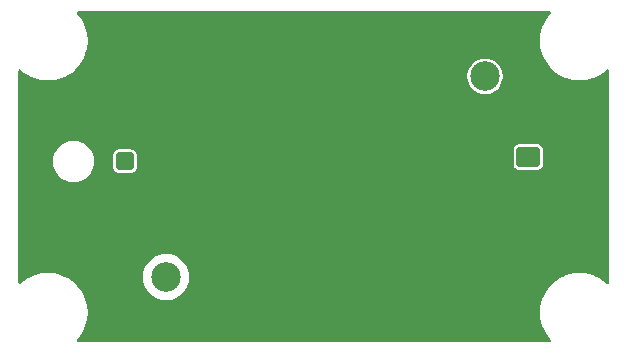
<source format=gbr>
%TF.GenerationSoftware,KiCad,Pcbnew,9.0.0*%
%TF.CreationDate,2025-04-05T15:37:09+05:30*%
%TF.ProjectId,Soldr_project,536f6c64-725f-4707-926f-6a6563742e6b,rev?*%
%TF.SameCoordinates,Original*%
%TF.FileFunction,Copper,L2,Bot*%
%TF.FilePolarity,Positive*%
%FSLAX46Y46*%
G04 Gerber Fmt 4.6, Leading zero omitted, Abs format (unit mm)*
G04 Created by KiCad (PCBNEW 9.0.0) date 2025-04-05 15:37:09*
%MOMM*%
%LPD*%
G01*
G04 APERTURE LIST*
G04 Aperture macros list*
%AMRoundRect*
0 Rectangle with rounded corners*
0 $1 Rounding radius*
0 $2 $3 $4 $5 $6 $7 $8 $9 X,Y pos of 4 corners*
0 Add a 4 corners polygon primitive as box body*
4,1,4,$2,$3,$4,$5,$6,$7,$8,$9,$2,$3,0*
0 Add four circle primitives for the rounded corners*
1,1,$1+$1,$2,$3*
1,1,$1+$1,$4,$5*
1,1,$1+$1,$6,$7*
1,1,$1+$1,$8,$9*
0 Add four rect primitives between the rounded corners*
20,1,$1+$1,$2,$3,$4,$5,0*
20,1,$1+$1,$4,$5,$6,$7,0*
20,1,$1+$1,$6,$7,$8,$9,0*
20,1,$1+$1,$8,$9,$2,$3,0*%
G04 Aperture macros list end*
%TA.AperFunction,HeatsinkPad*%
%ADD10C,0.600000*%
%TD*%
%TA.AperFunction,HeatsinkPad*%
%ADD11R,2.300000X3.000000*%
%TD*%
%TA.AperFunction,ComponentPad*%
%ADD12C,2.500000*%
%TD*%
%TA.AperFunction,ComponentPad*%
%ADD13RoundRect,0.250000X-0.750000X0.600000X-0.750000X-0.600000X0.750000X-0.600000X0.750000X0.600000X0*%
%TD*%
%TA.AperFunction,ComponentPad*%
%ADD14O,2.000000X1.700000*%
%TD*%
%TA.AperFunction,ComponentPad*%
%ADD15RoundRect,0.250001X0.499999X-0.499999X0.499999X0.499999X-0.499999X0.499999X-0.499999X-0.499999X0*%
%TD*%
%TA.AperFunction,ComponentPad*%
%ADD16C,1.500000*%
%TD*%
%TA.AperFunction,ViaPad*%
%ADD17C,0.600000*%
%TD*%
G04 APERTURE END LIST*
D10*
%TO.P,U1,9,EP*%
%TO.N,GND*%
X128397500Y-94400000D03*
X128397500Y-95400000D03*
X128397500Y-96400000D03*
D11*
X129047500Y-95400000D03*
D10*
X129697500Y-94400000D03*
X129697500Y-95400000D03*
X129697500Y-96400000D03*
%TD*%
D12*
%TO.P,TP4,1,1*%
%TO.N,GND*%
X119000000Y-82000000D03*
%TD*%
%TO.P,TP3,1,1*%
%TO.N,/V_{IN}*%
X119000000Y-99000000D03*
%TD*%
%TO.P,TP2,1,1*%
%TO.N,GND*%
X145800000Y-99000000D03*
%TD*%
%TO.P,TP1,1,1*%
%TO.N,/5V*%
X146000000Y-82000000D03*
%TD*%
D13*
%TO.P,J1,1,Pin_1*%
%TO.N,/5V*%
X149667500Y-88850000D03*
D14*
%TO.P,J1,2,Pin_2*%
%TO.N,GND*%
X149667500Y-91350000D03*
%TD*%
D15*
%TO.P,J2,1,Pin_1*%
%TO.N,/V_{IN}*%
X115500000Y-89200000D03*
D16*
%TO.P,J2,2,Pin_2*%
%TO.N,GND*%
X118500000Y-89200000D03*
%TD*%
D17*
%TO.N,GND*%
X131100000Y-79900000D03*
X122500000Y-77000000D03*
X142500000Y-77000000D03*
X132500000Y-77000000D03*
X137500000Y-77000000D03*
X127500000Y-77000000D03*
X150000000Y-97500000D03*
X147500000Y-100000000D03*
X147500000Y-95000000D03*
X142500000Y-95000000D03*
X140000000Y-97500000D03*
X112500000Y-97500000D03*
X117500000Y-87500000D03*
X115000000Y-85000000D03*
X112500000Y-82500000D03*
X127500000Y-82500000D03*
X125000000Y-85000000D03*
X122500000Y-87500000D03*
X122500000Y-82500000D03*
X142500000Y-100000000D03*
X137500000Y-100000000D03*
X155000000Y-97500000D03*
X152500000Y-82500000D03*
X145000000Y-80000000D03*
X147500000Y-77500000D03*
X117500000Y-77500000D03*
X112500000Y-77500000D03*
X107500000Y-82500000D03*
X107500000Y-85000000D03*
X107500000Y-87500000D03*
X107500000Y-90000000D03*
X107500000Y-92500000D03*
X107500000Y-97500000D03*
X150000000Y-102500000D03*
X145000000Y-102500000D03*
X140000000Y-102500000D03*
X135000000Y-102500000D03*
X130000000Y-102500000D03*
X125000000Y-102500000D03*
X120000000Y-102500000D03*
X115000000Y-102500000D03*
X115000000Y-100000000D03*
X115000000Y-80000000D03*
X120000000Y-80000000D03*
X150000000Y-80000000D03*
X155000000Y-87500000D03*
X155000000Y-92500000D03*
X152500000Y-95000000D03*
X147750000Y-91000000D03*
X142750000Y-91250000D03*
X147500000Y-92500000D03*
X143000000Y-92500000D03*
X145250000Y-92500000D03*
X145250000Y-91750000D03*
X145250000Y-91000000D03*
X134000000Y-98500000D03*
X132500000Y-98500000D03*
X125250000Y-99250000D03*
X124250000Y-99250000D03*
X126000000Y-90750000D03*
X126000000Y-91500000D03*
X129250000Y-90750000D03*
X129250000Y-91500000D03*
X129250000Y-92250000D03*
X126000000Y-92250000D03*
X129750000Y-99250000D03*
X129000000Y-99250000D03*
X128250000Y-99250000D03*
X129750000Y-98500000D03*
X129000000Y-98500000D03*
X128250000Y-98500000D03*
X128500000Y-89250000D03*
X128500000Y-90000000D03*
X128500000Y-90750000D03*
X128500000Y-91500000D03*
X129000000Y-93500000D03*
X128250000Y-93500000D03*
X129750000Y-97500000D03*
X129000000Y-97500000D03*
X128250000Y-97500000D03*
X128500000Y-92250000D03*
X125250000Y-92500000D03*
X120500000Y-92000000D03*
X123500000Y-92500000D03*
X123500000Y-90500000D03*
X122491209Y-90482532D03*
X121500000Y-90500000D03*
X118500000Y-90500000D03*
X119500000Y-90500000D03*
X120500000Y-91000000D03*
%TD*%
%TA.AperFunction,Conductor*%
%TO.N,GND*%
G36*
X151528853Y-76520185D02*
G01*
X151574608Y-76572989D01*
X151584552Y-76642147D01*
X151555527Y-76705703D01*
X151549495Y-76712181D01*
X151514453Y-76747222D01*
X151305611Y-77001696D01*
X151305601Y-77001710D01*
X151122718Y-77275414D01*
X151122707Y-77275432D01*
X150967535Y-77565741D01*
X150967528Y-77565755D01*
X150841552Y-77869887D01*
X150745987Y-78184922D01*
X150745984Y-78184933D01*
X150681768Y-78507781D01*
X150681765Y-78507798D01*
X150649500Y-78835403D01*
X150649500Y-79164596D01*
X150681765Y-79492201D01*
X150681768Y-79492218D01*
X150745984Y-79815066D01*
X150745987Y-79815077D01*
X150841552Y-80130112D01*
X150967528Y-80434244D01*
X150967535Y-80434258D01*
X151122707Y-80724567D01*
X151122718Y-80724585D01*
X151305601Y-80998289D01*
X151305611Y-80998303D01*
X151514453Y-81252777D01*
X151747222Y-81485546D01*
X151747227Y-81485550D01*
X151747228Y-81485551D01*
X152001702Y-81694393D01*
X152275421Y-81877286D01*
X152565749Y-82032469D01*
X152869889Y-82158448D01*
X153184913Y-82254010D01*
X153184919Y-82254011D01*
X153184922Y-82254012D01*
X153184933Y-82254015D01*
X153365361Y-82289903D01*
X153507787Y-82318233D01*
X153835400Y-82350500D01*
X153835403Y-82350500D01*
X154164597Y-82350500D01*
X154164600Y-82350500D01*
X154492213Y-82318233D01*
X154669760Y-82282916D01*
X154815066Y-82254015D01*
X154815077Y-82254012D01*
X154815077Y-82254011D01*
X154815087Y-82254010D01*
X155130111Y-82158448D01*
X155434251Y-82032469D01*
X155724579Y-81877286D01*
X155998298Y-81694393D01*
X156252772Y-81485551D01*
X156267176Y-81471147D01*
X156287819Y-81450505D01*
X156349142Y-81417020D01*
X156418834Y-81422004D01*
X156474767Y-81463876D01*
X156499184Y-81529340D01*
X156499500Y-81538186D01*
X156499500Y-99461814D01*
X156479815Y-99528853D01*
X156427011Y-99574608D01*
X156357853Y-99584552D01*
X156294297Y-99555527D01*
X156287819Y-99549495D01*
X156252777Y-99514453D01*
X155998303Y-99305611D01*
X155998302Y-99305610D01*
X155998298Y-99305607D01*
X155724579Y-99122714D01*
X155724574Y-99122711D01*
X155724567Y-99122707D01*
X155434258Y-98967535D01*
X155434251Y-98967531D01*
X155434244Y-98967528D01*
X155130112Y-98841552D01*
X154815077Y-98745987D01*
X154815066Y-98745984D01*
X154492218Y-98681768D01*
X154492213Y-98681767D01*
X154492211Y-98681766D01*
X154492201Y-98681765D01*
X154251522Y-98658061D01*
X154164600Y-98649500D01*
X153835400Y-98649500D01*
X153755540Y-98657365D01*
X153507798Y-98681765D01*
X153507781Y-98681768D01*
X153184933Y-98745984D01*
X153184922Y-98745987D01*
X152869887Y-98841552D01*
X152565755Y-98967528D01*
X152565741Y-98967535D01*
X152275432Y-99122707D01*
X152275414Y-99122718D01*
X152001710Y-99305601D01*
X152001696Y-99305611D01*
X151747222Y-99514453D01*
X151514453Y-99747222D01*
X151305611Y-100001696D01*
X151305601Y-100001710D01*
X151122718Y-100275414D01*
X151122707Y-100275432D01*
X150967535Y-100565741D01*
X150967528Y-100565755D01*
X150841552Y-100869887D01*
X150745987Y-101184922D01*
X150745984Y-101184933D01*
X150681768Y-101507781D01*
X150681765Y-101507798D01*
X150649500Y-101835403D01*
X150649500Y-102164596D01*
X150681765Y-102492201D01*
X150681768Y-102492218D01*
X150745984Y-102815066D01*
X150745987Y-102815077D01*
X150841552Y-103130112D01*
X150967528Y-103434244D01*
X150967535Y-103434258D01*
X151122707Y-103724567D01*
X151122718Y-103724585D01*
X151305601Y-103998289D01*
X151305611Y-103998303D01*
X151514453Y-104252777D01*
X151549495Y-104287819D01*
X151582980Y-104349142D01*
X151577996Y-104418834D01*
X151536124Y-104474767D01*
X151470660Y-104499184D01*
X151461814Y-104499500D01*
X111538186Y-104499500D01*
X111471147Y-104479815D01*
X111425392Y-104427011D01*
X111415448Y-104357853D01*
X111444473Y-104294297D01*
X111450505Y-104287819D01*
X111485546Y-104252777D01*
X111485551Y-104252772D01*
X111694393Y-103998298D01*
X111877286Y-103724579D01*
X112032469Y-103434251D01*
X112158448Y-103130111D01*
X112254010Y-102815087D01*
X112254012Y-102815077D01*
X112254015Y-102815066D01*
X112282916Y-102669760D01*
X112318233Y-102492213D01*
X112350500Y-102164600D01*
X112350500Y-101835400D01*
X112318233Y-101507787D01*
X112289903Y-101365361D01*
X112254015Y-101184933D01*
X112254012Y-101184922D01*
X112254011Y-101184919D01*
X112254010Y-101184913D01*
X112158448Y-100869889D01*
X112032469Y-100565749D01*
X111877286Y-100275421D01*
X111694393Y-100001702D01*
X111485551Y-99747228D01*
X111485550Y-99747227D01*
X111485546Y-99747222D01*
X111252777Y-99514453D01*
X110998303Y-99305611D01*
X110998302Y-99305610D01*
X110998298Y-99305607D01*
X110724579Y-99122714D01*
X110724574Y-99122711D01*
X110724567Y-99122707D01*
X110452819Y-98977456D01*
X110434258Y-98967535D01*
X110434251Y-98967531D01*
X110434244Y-98967528D01*
X110203979Y-98872149D01*
X117049500Y-98872149D01*
X117049500Y-99127850D01*
X117072903Y-99305601D01*
X117082874Y-99381340D01*
X117149050Y-99628312D01*
X117149053Y-99628322D01*
X117246894Y-99864531D01*
X117246899Y-99864542D01*
X117374734Y-100085957D01*
X117374745Y-100085973D01*
X117530388Y-100288811D01*
X117530394Y-100288818D01*
X117711181Y-100469605D01*
X117711187Y-100469610D01*
X117914035Y-100625261D01*
X117914042Y-100625265D01*
X118135457Y-100753100D01*
X118135462Y-100753102D01*
X118135465Y-100753104D01*
X118371687Y-100850950D01*
X118618660Y-100917126D01*
X118872157Y-100950500D01*
X118872164Y-100950500D01*
X119127836Y-100950500D01*
X119127843Y-100950500D01*
X119381340Y-100917126D01*
X119628313Y-100850950D01*
X119864535Y-100753104D01*
X120085965Y-100625261D01*
X120288813Y-100469610D01*
X120469610Y-100288813D01*
X120625261Y-100085965D01*
X120753104Y-99864535D01*
X120850950Y-99628313D01*
X120917126Y-99381340D01*
X120950500Y-99127843D01*
X120950500Y-98872157D01*
X120917126Y-98618660D01*
X120850950Y-98371687D01*
X120753104Y-98135465D01*
X120753102Y-98135462D01*
X120753100Y-98135457D01*
X120625265Y-97914042D01*
X120625261Y-97914035D01*
X120469610Y-97711187D01*
X120469605Y-97711181D01*
X120288818Y-97530394D01*
X120288811Y-97530388D01*
X120085973Y-97374745D01*
X120085971Y-97374743D01*
X120085965Y-97374739D01*
X120085960Y-97374736D01*
X120085957Y-97374734D01*
X119864542Y-97246899D01*
X119864531Y-97246894D01*
X119628322Y-97149053D01*
X119628315Y-97149051D01*
X119628313Y-97149050D01*
X119381340Y-97082874D01*
X119325007Y-97075457D01*
X119127850Y-97049500D01*
X119127843Y-97049500D01*
X118872157Y-97049500D01*
X118872149Y-97049500D01*
X118646826Y-97079165D01*
X118618660Y-97082874D01*
X118371687Y-97149050D01*
X118371677Y-97149053D01*
X118135468Y-97246894D01*
X118135457Y-97246899D01*
X117914042Y-97374734D01*
X117914026Y-97374745D01*
X117711188Y-97530388D01*
X117711181Y-97530394D01*
X117530394Y-97711181D01*
X117530388Y-97711188D01*
X117374745Y-97914026D01*
X117374734Y-97914042D01*
X117246899Y-98135457D01*
X117246894Y-98135468D01*
X117149053Y-98371677D01*
X117149050Y-98371687D01*
X117082874Y-98618661D01*
X117049500Y-98872149D01*
X110203979Y-98872149D01*
X110130112Y-98841552D01*
X109815077Y-98745987D01*
X109815066Y-98745984D01*
X109492218Y-98681768D01*
X109492213Y-98681767D01*
X109492211Y-98681766D01*
X109492201Y-98681765D01*
X109251522Y-98658061D01*
X109164600Y-98649500D01*
X108835400Y-98649500D01*
X108755540Y-98657365D01*
X108507798Y-98681765D01*
X108507781Y-98681768D01*
X108184933Y-98745984D01*
X108184922Y-98745987D01*
X107869887Y-98841552D01*
X107565755Y-98967528D01*
X107565741Y-98967535D01*
X107275432Y-99122707D01*
X107275414Y-99122718D01*
X107001710Y-99305601D01*
X107001696Y-99305611D01*
X106747222Y-99514453D01*
X106712181Y-99549495D01*
X106650858Y-99582980D01*
X106581166Y-99577996D01*
X106525233Y-99536124D01*
X106500816Y-99470660D01*
X106500500Y-99461814D01*
X106500500Y-89085258D01*
X109429500Y-89085258D01*
X109429500Y-89314741D01*
X109453612Y-89497883D01*
X109459452Y-89542238D01*
X109459453Y-89542240D01*
X109518842Y-89763887D01*
X109606650Y-89975876D01*
X109606656Y-89975888D01*
X109703597Y-90143796D01*
X109721392Y-90174617D01*
X109861081Y-90356661D01*
X109861089Y-90356670D01*
X110023330Y-90518911D01*
X110023338Y-90518918D01*
X110205382Y-90658607D01*
X110205385Y-90658608D01*
X110205388Y-90658611D01*
X110404112Y-90773344D01*
X110404117Y-90773346D01*
X110404123Y-90773349D01*
X110495480Y-90811190D01*
X110616113Y-90861158D01*
X110837762Y-90920548D01*
X111065266Y-90950500D01*
X111065273Y-90950500D01*
X111294727Y-90950500D01*
X111294734Y-90950500D01*
X111522238Y-90920548D01*
X111743887Y-90861158D01*
X111955888Y-90773344D01*
X112154612Y-90658611D01*
X112336661Y-90518919D01*
X112336665Y-90518914D01*
X112336670Y-90518911D01*
X112498911Y-90356670D01*
X112498914Y-90356665D01*
X112498919Y-90356661D01*
X112638611Y-90174612D01*
X112753344Y-89975888D01*
X112841158Y-89763887D01*
X112900548Y-89542238D01*
X112930500Y-89314734D01*
X112930500Y-89085266D01*
X112900548Y-88857762D01*
X112845451Y-88652136D01*
X114499500Y-88652136D01*
X114499500Y-89747863D01*
X114499501Y-89747882D01*
X114505908Y-89807481D01*
X114556202Y-89942327D01*
X114556203Y-89942328D01*
X114556204Y-89942330D01*
X114642454Y-90057546D01*
X114757670Y-90143796D01*
X114757671Y-90143796D01*
X114757672Y-90143797D01*
X114892518Y-90194091D01*
X114892517Y-90194091D01*
X114899445Y-90194835D01*
X114952128Y-90200500D01*
X114952137Y-90200500D01*
X116047863Y-90200500D01*
X116047872Y-90200500D01*
X116107482Y-90194091D01*
X116242330Y-90143796D01*
X116357546Y-90057546D01*
X116443796Y-89942330D01*
X116494091Y-89807482D01*
X116500500Y-89747872D01*
X116500500Y-88652128D01*
X116494091Y-88592518D01*
X116443796Y-88457670D01*
X116357546Y-88342454D01*
X116242330Y-88256204D01*
X116242327Y-88256202D01*
X116107481Y-88205908D01*
X116107482Y-88205908D01*
X116072384Y-88202135D01*
X148417000Y-88202135D01*
X148417000Y-89497870D01*
X148417001Y-89497876D01*
X148423408Y-89557483D01*
X148473702Y-89692328D01*
X148473706Y-89692335D01*
X148559952Y-89807544D01*
X148559955Y-89807547D01*
X148675164Y-89893793D01*
X148675171Y-89893797D01*
X148810017Y-89944091D01*
X148810016Y-89944091D01*
X148816944Y-89944835D01*
X148869627Y-89950500D01*
X150465372Y-89950499D01*
X150524983Y-89944091D01*
X150659831Y-89893796D01*
X150775046Y-89807546D01*
X150861296Y-89692331D01*
X150911591Y-89557483D01*
X150918000Y-89497873D01*
X150917999Y-88202128D01*
X150911591Y-88142517D01*
X150861296Y-88007669D01*
X150861295Y-88007668D01*
X150861293Y-88007664D01*
X150775047Y-87892455D01*
X150775044Y-87892452D01*
X150659835Y-87806206D01*
X150659828Y-87806202D01*
X150524982Y-87755908D01*
X150524983Y-87755908D01*
X150465383Y-87749501D01*
X150465381Y-87749500D01*
X150465373Y-87749500D01*
X150465364Y-87749500D01*
X148869629Y-87749500D01*
X148869623Y-87749501D01*
X148810016Y-87755908D01*
X148675171Y-87806202D01*
X148675164Y-87806206D01*
X148559955Y-87892452D01*
X148559952Y-87892455D01*
X148473706Y-88007664D01*
X148473702Y-88007671D01*
X148423408Y-88142517D01*
X148417282Y-88199500D01*
X148417001Y-88202123D01*
X148417000Y-88202135D01*
X116072384Y-88202135D01*
X116047882Y-88199501D01*
X116047880Y-88199500D01*
X116047872Y-88199500D01*
X114952128Y-88199500D01*
X114952120Y-88199500D01*
X114952117Y-88199501D01*
X114892518Y-88205908D01*
X114757672Y-88256202D01*
X114757670Y-88256204D01*
X114642454Y-88342454D01*
X114556204Y-88457670D01*
X114556202Y-88457672D01*
X114505908Y-88592518D01*
X114499501Y-88652117D01*
X114499500Y-88652136D01*
X112845451Y-88652136D01*
X112841158Y-88636113D01*
X112767245Y-88457672D01*
X112753349Y-88424123D01*
X112753346Y-88424117D01*
X112753344Y-88424112D01*
X112638611Y-88225388D01*
X112638608Y-88225385D01*
X112638607Y-88225382D01*
X112498918Y-88043338D01*
X112498911Y-88043330D01*
X112336670Y-87881089D01*
X112336661Y-87881081D01*
X112154617Y-87741392D01*
X111955890Y-87626657D01*
X111955876Y-87626650D01*
X111743887Y-87538842D01*
X111522238Y-87479452D01*
X111484215Y-87474446D01*
X111294741Y-87449500D01*
X111294734Y-87449500D01*
X111065266Y-87449500D01*
X111065258Y-87449500D01*
X110848715Y-87478009D01*
X110837762Y-87479452D01*
X110744076Y-87504554D01*
X110616112Y-87538842D01*
X110404123Y-87626650D01*
X110404109Y-87626657D01*
X110205382Y-87741392D01*
X110023338Y-87881081D01*
X109861081Y-88043338D01*
X109721392Y-88225382D01*
X109606657Y-88424109D01*
X109606650Y-88424123D01*
X109518842Y-88636112D01*
X109459453Y-88857759D01*
X109459451Y-88857770D01*
X109429500Y-89085258D01*
X106500500Y-89085258D01*
X106500500Y-81538186D01*
X106520185Y-81471147D01*
X106572989Y-81425392D01*
X106642147Y-81415448D01*
X106705703Y-81444473D01*
X106712181Y-81450505D01*
X106747222Y-81485546D01*
X106747227Y-81485550D01*
X106747228Y-81485551D01*
X107001702Y-81694393D01*
X107275421Y-81877286D01*
X107565749Y-82032469D01*
X107869889Y-82158448D01*
X108184913Y-82254010D01*
X108184919Y-82254011D01*
X108184922Y-82254012D01*
X108184933Y-82254015D01*
X108365361Y-82289903D01*
X108507787Y-82318233D01*
X108835400Y-82350500D01*
X108835403Y-82350500D01*
X109164597Y-82350500D01*
X109164600Y-82350500D01*
X109492213Y-82318233D01*
X109669760Y-82282916D01*
X109815066Y-82254015D01*
X109815077Y-82254012D01*
X109815077Y-82254011D01*
X109815087Y-82254010D01*
X110130111Y-82158448D01*
X110434251Y-82032469D01*
X110715943Y-81881902D01*
X144499500Y-81881902D01*
X144499500Y-82118097D01*
X144536446Y-82351368D01*
X144609433Y-82575996D01*
X144716657Y-82786433D01*
X144855483Y-82977510D01*
X145022490Y-83144517D01*
X145213567Y-83283343D01*
X145312991Y-83334002D01*
X145424003Y-83390566D01*
X145424005Y-83390566D01*
X145424008Y-83390568D01*
X145544412Y-83429689D01*
X145648631Y-83463553D01*
X145881903Y-83500500D01*
X145881908Y-83500500D01*
X146118097Y-83500500D01*
X146351368Y-83463553D01*
X146575992Y-83390568D01*
X146786433Y-83283343D01*
X146977510Y-83144517D01*
X147144517Y-82977510D01*
X147283343Y-82786433D01*
X147390568Y-82575992D01*
X147463553Y-82351368D01*
X147478973Y-82254010D01*
X147500500Y-82118097D01*
X147500500Y-81881902D01*
X147463553Y-81648631D01*
X147424793Y-81529340D01*
X147390568Y-81424008D01*
X147390566Y-81424005D01*
X147390566Y-81424003D01*
X147303319Y-81252772D01*
X147283343Y-81213567D01*
X147144517Y-81022490D01*
X146977510Y-80855483D01*
X146786433Y-80716657D01*
X146575996Y-80609433D01*
X146351368Y-80536446D01*
X146118097Y-80499500D01*
X146118092Y-80499500D01*
X145881908Y-80499500D01*
X145881903Y-80499500D01*
X145648631Y-80536446D01*
X145424003Y-80609433D01*
X145213566Y-80716657D01*
X145104550Y-80795862D01*
X145022490Y-80855483D01*
X145022488Y-80855485D01*
X145022487Y-80855485D01*
X144855485Y-81022487D01*
X144855485Y-81022488D01*
X144855483Y-81022490D01*
X144795862Y-81104550D01*
X144716657Y-81213566D01*
X144609433Y-81424003D01*
X144536446Y-81648631D01*
X144499500Y-81881902D01*
X110715943Y-81881902D01*
X110724579Y-81877286D01*
X110998298Y-81694393D01*
X111252772Y-81485551D01*
X111485551Y-81252772D01*
X111694393Y-80998298D01*
X111877286Y-80724579D01*
X112032469Y-80434251D01*
X112158448Y-80130111D01*
X112254010Y-79815087D01*
X112254012Y-79815077D01*
X112254015Y-79815066D01*
X112282916Y-79669760D01*
X112318233Y-79492213D01*
X112350500Y-79164600D01*
X112350500Y-78835400D01*
X112318233Y-78507787D01*
X112289903Y-78365361D01*
X112254015Y-78184933D01*
X112254012Y-78184922D01*
X112254011Y-78184919D01*
X112254010Y-78184913D01*
X112158448Y-77869889D01*
X112032469Y-77565749D01*
X111877286Y-77275421D01*
X111694393Y-77001702D01*
X111485551Y-76747228D01*
X111485550Y-76747227D01*
X111485546Y-76747222D01*
X111450505Y-76712181D01*
X111417020Y-76650858D01*
X111422004Y-76581166D01*
X111463876Y-76525233D01*
X111529340Y-76500816D01*
X111538186Y-76500500D01*
X151461814Y-76500500D01*
X151528853Y-76520185D01*
G37*
%TD.AperFunction*%
%TD*%
M02*

</source>
